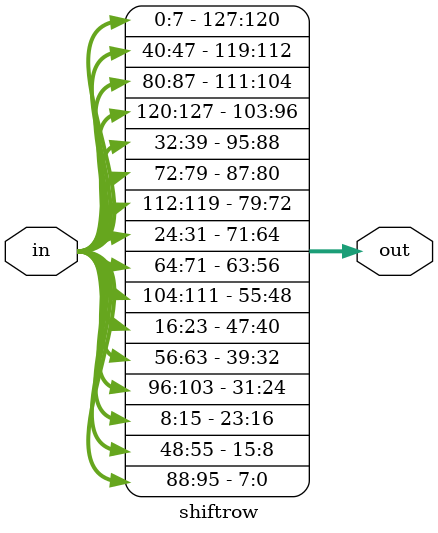
<source format=v>
module shiftrow(
	input [0:127] in,
	output [0:127] out
);


	// First row is not shifted
	 assign out[0+:8]		= in[0+:8];
	 assign out[32+:8] 	= in[32+:8];
	 assign out[64+:8] 	= in[64+:8];
	 assign out[96+:8] 	= in[96+:8];
	 
	// Second row is cyclically left shifted by 1 offset
	assign out[8+:8] 		= in[40+:8];
	assign out[40+:8]		= in[72+:8];
	assign out[72+:8] 	= in[104+:8];
	assign out[104+:8] 	= in[8+:8];
	
	// Third row is cyclically left shifted by 2 offsets
	assign out[16+:8] 	= in[80+:8];
	assign out[48+:8] 	= in[112+:8];
	assign out[80+:8] 	= in[16+:8];
	assign out[112+:8] 	= in[48+:8];
	
	// Fourth row is cyclically left shifted by 3 offsets
	assign out[24+:8] 	= in[120+:8];
	assign out[56+:8] 	= in[24+:8];
	assign out[88+:8] 	= in[56+:8];
	assign out[120+:8] 	= in[88+:8];
	
endmodule



</source>
